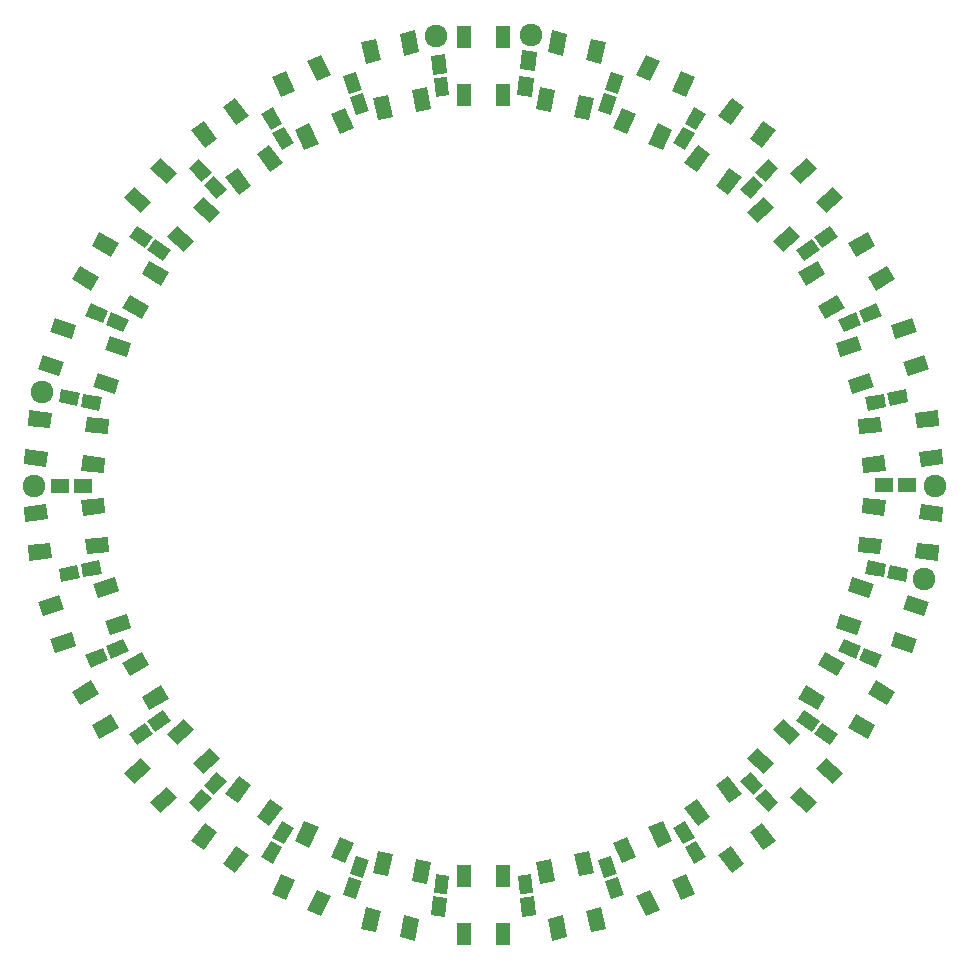
<source format=gts>
G04 #@! TF.FileFunction,Soldermask,Top*
%FSLAX46Y46*%
G04 Gerber Fmt 4.6, Leading zero omitted, Abs format (unit mm)*
G04 Created by KiCad (PCBNEW 4.0.1-stable) date 2/4/2016 5:34:24 PM*
%MOMM*%
G01*
G04 APERTURE LIST*
%ADD10C,0.100000*%
%ADD11R,1.600000X1.150000*%
%ADD12C,1.924000*%
%ADD13R,1.300000X1.900000*%
G04 APERTURE END LIST*
D10*
G36*
X202950988Y-101851469D02*
X202096371Y-102620969D01*
X201025762Y-101431937D01*
X201880379Y-100662437D01*
X202950988Y-101851469D01*
X202950988Y-101851469D01*
G37*
G36*
X201679640Y-100439493D02*
X200825023Y-101208993D01*
X199754414Y-100019961D01*
X200609031Y-99250461D01*
X201679640Y-100439493D01*
X201679640Y-100439493D01*
G37*
G36*
X188778530Y-39966065D02*
X189872245Y-40321435D01*
X189377818Y-41843125D01*
X188284103Y-41487755D01*
X188778530Y-39966065D01*
X188778530Y-39966065D01*
G37*
G36*
X188191398Y-41773073D02*
X189285113Y-42128443D01*
X188790686Y-43650133D01*
X187696971Y-43294763D01*
X188191398Y-41773073D01*
X188191398Y-41773073D01*
G37*
G36*
X195826960Y-42972626D02*
X196822890Y-43547626D01*
X196022890Y-44933266D01*
X195026960Y-44358266D01*
X195826960Y-42972626D01*
X195826960Y-42972626D01*
G37*
G36*
X194876960Y-44618074D02*
X195872890Y-45193074D01*
X195072890Y-46578714D01*
X194076960Y-46003714D01*
X194876960Y-44618074D01*
X194876960Y-44618074D01*
G37*
G36*
X202096266Y-47378936D02*
X202950883Y-48148436D01*
X201880274Y-49337468D01*
X201025657Y-48567968D01*
X202096266Y-47378936D01*
X202096266Y-47378936D01*
G37*
G36*
X200824918Y-48790912D02*
X201679535Y-49560412D01*
X200608926Y-50749444D01*
X199754309Y-49979944D01*
X200824918Y-48790912D01*
X200824918Y-48790912D01*
G37*
G36*
X207312449Y-52992421D02*
X207988402Y-53922791D01*
X206693975Y-54863247D01*
X206018022Y-53932877D01*
X207312449Y-52992421D01*
X207312449Y-52992421D01*
G37*
G36*
X205775317Y-54109213D02*
X206451270Y-55039583D01*
X205156843Y-55980039D01*
X204480890Y-55049669D01*
X205775317Y-54109213D01*
X205775317Y-54109213D01*
G37*
G36*
X211247536Y-59567743D02*
X211715283Y-60618320D01*
X210253610Y-61269099D01*
X209785863Y-60218522D01*
X211247536Y-59567743D01*
X211247536Y-59567743D01*
G37*
G36*
X209511800Y-60340543D02*
X209979547Y-61391120D01*
X208517874Y-62041899D01*
X208050127Y-60991322D01*
X209511800Y-60340543D01*
X209511800Y-60340543D01*
G37*
G36*
X213729544Y-66817529D02*
X213968642Y-67942399D01*
X212403606Y-68275057D01*
X212164508Y-67150187D01*
X213729544Y-66817529D01*
X213729544Y-66817529D01*
G37*
G36*
X211871064Y-67212561D02*
X212110162Y-68337431D01*
X210545126Y-68670089D01*
X210306028Y-67545219D01*
X211871064Y-67212561D01*
X211871064Y-67212561D01*
G37*
D11*
X213849999Y-74999929D03*
X211949999Y-74999929D03*
D10*
G36*
X213968672Y-82057462D02*
X213729574Y-83182332D01*
X212164538Y-82849674D01*
X212403636Y-81724804D01*
X213968672Y-82057462D01*
X213968672Y-82057462D01*
G37*
G36*
X212110192Y-81662430D02*
X211871094Y-82787300D01*
X210306058Y-82454642D01*
X210545156Y-81329772D01*
X212110192Y-81662430D01*
X212110192Y-81662430D01*
G37*
G36*
X211715340Y-89381551D02*
X211247593Y-90432128D01*
X209785920Y-89781349D01*
X210253667Y-88730772D01*
X211715340Y-89381551D01*
X211715340Y-89381551D01*
G37*
G36*
X209979604Y-88608751D02*
X209511857Y-89659328D01*
X208050184Y-89008549D01*
X208517931Y-87957972D01*
X209979604Y-88608751D01*
X209979604Y-88608751D01*
G37*
G36*
X207988485Y-96077094D02*
X207312532Y-97007464D01*
X206018105Y-96067008D01*
X206694058Y-95136638D01*
X207988485Y-96077094D01*
X207988485Y-96077094D01*
G37*
G36*
X206451353Y-94960302D02*
X205775400Y-95890672D01*
X204480973Y-94950216D01*
X205156926Y-94019846D01*
X206451353Y-94960302D01*
X206451353Y-94960302D01*
G37*
G36*
X196823012Y-106452303D02*
X195827082Y-107027303D01*
X195027082Y-105641663D01*
X196023012Y-105066663D01*
X196823012Y-106452303D01*
X196823012Y-106452303D01*
G37*
G36*
X195873012Y-104806855D02*
X194877082Y-105381855D01*
X194077082Y-103996215D01*
X195073012Y-103421215D01*
X195873012Y-104806855D01*
X195873012Y-104806855D01*
G37*
G36*
X189872379Y-109678520D02*
X188778664Y-110033890D01*
X188284237Y-108512200D01*
X189377952Y-108156830D01*
X189872379Y-109678520D01*
X189872379Y-109678520D01*
G37*
G36*
X189285247Y-107871512D02*
X188191532Y-108226882D01*
X187697105Y-106705192D01*
X188790820Y-106349822D01*
X189285247Y-107871512D01*
X189285247Y-107871512D01*
G37*
G36*
X182402866Y-111389119D02*
X181259166Y-111509326D01*
X181091920Y-109918091D01*
X182235620Y-109797884D01*
X182402866Y-111389119D01*
X182402866Y-111389119D01*
G37*
G36*
X182204262Y-109499527D02*
X181060562Y-109619734D01*
X180893316Y-108028499D01*
X182037016Y-107908292D01*
X182204262Y-109499527D01*
X182204262Y-109499527D01*
G37*
G36*
X174740926Y-111509335D02*
X173597226Y-111389128D01*
X173764472Y-109797893D01*
X174908172Y-109918100D01*
X174740926Y-111509335D01*
X174740926Y-111509335D01*
G37*
G36*
X174939530Y-109619743D02*
X173795830Y-109499536D01*
X173963076Y-107908301D01*
X175106776Y-108028508D01*
X174939530Y-109619743D01*
X174939530Y-109619743D01*
G37*
G36*
X167221425Y-110033919D02*
X166127710Y-109678549D01*
X166622137Y-108156859D01*
X167715852Y-108512229D01*
X167221425Y-110033919D01*
X167221425Y-110033919D01*
G37*
G36*
X167808557Y-108226911D02*
X166714842Y-107871541D01*
X167209269Y-106349851D01*
X168302984Y-106705221D01*
X167808557Y-108226911D01*
X167808557Y-108226911D01*
G37*
G36*
X160172998Y-107027350D02*
X159177068Y-106452350D01*
X159977068Y-105066710D01*
X160972998Y-105641710D01*
X160172998Y-107027350D01*
X160172998Y-107027350D01*
G37*
G36*
X161122998Y-105381902D02*
X160127068Y-104806902D01*
X160927068Y-103421262D01*
X161922998Y-103996262D01*
X161122998Y-105381902D01*
X161122998Y-105381902D01*
G37*
G36*
X153903698Y-102621032D02*
X153049081Y-101851532D01*
X154119690Y-100662500D01*
X154974307Y-101432000D01*
X153903698Y-102621032D01*
X153903698Y-102621032D01*
G37*
G36*
X155175046Y-101209056D02*
X154320429Y-100439556D01*
X155391038Y-99250524D01*
X156245655Y-100020024D01*
X155175046Y-101209056D01*
X155175046Y-101209056D01*
G37*
G36*
X148687523Y-97007540D02*
X148011570Y-96077170D01*
X149305997Y-95136714D01*
X149981950Y-96067084D01*
X148687523Y-97007540D01*
X148687523Y-97007540D01*
G37*
G36*
X150224655Y-95890748D02*
X149548702Y-94960378D01*
X150843129Y-94019922D01*
X151519082Y-94950292D01*
X150224655Y-95890748D01*
X150224655Y-95890748D01*
G37*
G36*
X144752444Y-90432214D02*
X144284697Y-89381637D01*
X145746370Y-88730858D01*
X146214117Y-89781435D01*
X144752444Y-90432214D01*
X144752444Y-90432214D01*
G37*
G36*
X146488180Y-89659414D02*
X146020433Y-88608837D01*
X147482106Y-87958058D01*
X147949853Y-89008635D01*
X146488180Y-89659414D01*
X146488180Y-89659414D01*
G37*
G36*
X142270445Y-83182424D02*
X142031347Y-82057554D01*
X143596383Y-81724896D01*
X143835481Y-82849766D01*
X142270445Y-83182424D01*
X142270445Y-83182424D01*
G37*
G36*
X144128925Y-82787392D02*
X143889827Y-81662522D01*
X145454863Y-81329864D01*
X145693961Y-82454734D01*
X144128925Y-82787392D01*
X144128925Y-82787392D01*
G37*
D11*
X142150000Y-75000023D03*
X144050000Y-75000023D03*
D10*
G36*
X142031337Y-67942491D02*
X142270435Y-66817621D01*
X143835471Y-67150279D01*
X143596373Y-68275149D01*
X142031337Y-67942491D01*
X142031337Y-67942491D01*
G37*
G36*
X143889817Y-68337523D02*
X144128915Y-67212653D01*
X145693951Y-67545311D01*
X145454853Y-68670181D01*
X143889817Y-68337523D01*
X143889817Y-68337523D01*
G37*
G36*
X144284678Y-60618405D02*
X144752425Y-59567828D01*
X146214098Y-60218607D01*
X145746351Y-61269184D01*
X144284678Y-60618405D01*
X144284678Y-60618405D01*
G37*
G36*
X146020414Y-61391205D02*
X146488161Y-60340628D01*
X147949834Y-60991407D01*
X147482087Y-62041984D01*
X146020414Y-61391205D01*
X146020414Y-61391205D01*
G37*
G36*
X148011542Y-53922867D02*
X148687495Y-52992497D01*
X149981922Y-53932953D01*
X149305969Y-54863323D01*
X148011542Y-53922867D01*
X148011542Y-53922867D01*
G37*
G36*
X149548674Y-55039659D02*
X150224627Y-54109289D01*
X151519054Y-55049745D01*
X150843101Y-55980115D01*
X149548674Y-55039659D01*
X149548674Y-55039659D01*
G37*
G36*
X153049046Y-48148498D02*
X153903663Y-47378998D01*
X154974272Y-48568030D01*
X154119655Y-49337530D01*
X153049046Y-48148498D01*
X153049046Y-48148498D01*
G37*
G36*
X154320394Y-49560474D02*
X155175011Y-48790974D01*
X156245620Y-49980006D01*
X155391003Y-50749506D01*
X154320394Y-49560474D01*
X154320394Y-49560474D01*
G37*
G36*
X159177028Y-43547673D02*
X160172958Y-42972673D01*
X160972958Y-44358313D01*
X159977028Y-44933313D01*
X159177028Y-43547673D01*
X159177028Y-43547673D01*
G37*
G36*
X160127028Y-45193121D02*
X161122958Y-44618121D01*
X161922958Y-46003761D01*
X160927028Y-46578761D01*
X160127028Y-45193121D01*
X160127028Y-45193121D01*
G37*
G36*
X166127665Y-40321465D02*
X167221380Y-39966095D01*
X167715807Y-41487785D01*
X166622092Y-41843155D01*
X166127665Y-40321465D01*
X166127665Y-40321465D01*
G37*
G36*
X166714797Y-42128473D02*
X167808512Y-41773103D01*
X168302939Y-43294793D01*
X167209224Y-43650163D01*
X166714797Y-42128473D01*
X166714797Y-42128473D01*
G37*
G36*
X173597180Y-38610876D02*
X174740880Y-38490669D01*
X174908126Y-40081904D01*
X173764426Y-40202111D01*
X173597180Y-38610876D01*
X173597180Y-38610876D01*
G37*
G36*
X173795784Y-40500468D02*
X174939484Y-40380261D01*
X175106730Y-41971496D01*
X173963030Y-42091703D01*
X173795784Y-40500468D01*
X173795784Y-40500468D01*
G37*
D12*
X140650000Y-67060000D03*
X182000000Y-36820000D03*
X139980000Y-75050000D03*
X216200000Y-75030000D03*
X215320000Y-82940000D03*
X174010000Y-36940000D03*
D10*
G36*
X182117835Y-42077535D02*
X180824957Y-41941648D01*
X180992203Y-40350413D01*
X182285081Y-40486300D01*
X182117835Y-42077535D01*
X182117835Y-42077535D01*
G37*
G36*
X182347797Y-39889587D02*
X181054919Y-39753700D01*
X181222165Y-38162465D01*
X182515043Y-38298352D01*
X182347797Y-39889587D01*
X182347797Y-39889587D01*
G37*
G36*
X162037192Y-41605556D02*
X160849583Y-42134314D01*
X160076784Y-40398578D01*
X161264393Y-39869820D01*
X162037192Y-41605556D01*
X162037192Y-41605556D01*
G37*
G36*
X165051892Y-40263325D02*
X163864283Y-40792083D01*
X163091484Y-39056347D01*
X164279093Y-38527589D01*
X165051892Y-40263325D01*
X165051892Y-40263325D01*
G37*
G36*
X164030202Y-46081929D02*
X162842593Y-46610687D01*
X162069794Y-44874951D01*
X163257403Y-44346193D01*
X164030202Y-46081929D01*
X164030202Y-46081929D01*
G37*
G36*
X167044902Y-44739698D02*
X165857293Y-45268456D01*
X165084494Y-43532720D01*
X166272103Y-43003962D01*
X167044902Y-44739698D01*
X167044902Y-44739698D01*
G37*
G36*
X155442920Y-45654162D02*
X154391198Y-46418283D01*
X153274406Y-44881150D01*
X154326128Y-44117029D01*
X155442920Y-45654162D01*
X155442920Y-45654162D01*
G37*
G36*
X158112676Y-43714471D02*
X157060954Y-44478592D01*
X155944162Y-42941459D01*
X156995884Y-42177338D01*
X158112676Y-43714471D01*
X158112676Y-43714471D01*
G37*
G36*
X158323068Y-49618345D02*
X157271346Y-50382466D01*
X156154554Y-48845333D01*
X157206276Y-48081212D01*
X158323068Y-49618345D01*
X158323068Y-49618345D01*
G37*
G36*
X160992824Y-47678654D02*
X159941102Y-48442775D01*
X158824310Y-46905642D01*
X159876032Y-46141521D01*
X160992824Y-47678654D01*
X160992824Y-47678654D01*
G37*
G36*
X149834502Y-50985321D02*
X148964633Y-51951409D01*
X147552658Y-50680061D01*
X148422527Y-49713973D01*
X149834502Y-50985321D01*
X149834502Y-50985321D01*
G37*
G36*
X152042633Y-48532943D02*
X151172764Y-49499031D01*
X149760789Y-48227683D01*
X150630658Y-47261595D01*
X152042633Y-48532943D01*
X152042633Y-48532943D01*
G37*
G36*
X153475911Y-54264061D02*
X152606042Y-55230149D01*
X151194067Y-53958801D01*
X152063936Y-52992713D01*
X153475911Y-54264061D01*
X153475911Y-54264061D01*
G37*
G36*
X155684042Y-51811683D02*
X154814173Y-52777771D01*
X153402198Y-51506423D01*
X154272067Y-50540335D01*
X155684042Y-51811683D01*
X155684042Y-51811683D01*
G37*
G36*
X145457052Y-57366038D02*
X144807052Y-58491872D01*
X143161604Y-57541872D01*
X143811604Y-56416038D01*
X145457052Y-57366038D01*
X145457052Y-57366038D01*
G37*
G36*
X147107052Y-54508154D02*
X146457052Y-55633988D01*
X144811604Y-54683988D01*
X145461604Y-53558154D01*
X147107052Y-54508154D01*
X147107052Y-54508154D01*
G37*
G36*
X149700576Y-59816038D02*
X149050576Y-60941872D01*
X147405128Y-59991872D01*
X148055128Y-58866038D01*
X149700576Y-59816038D01*
X149700576Y-59816038D01*
G37*
G36*
X151350576Y-56958154D02*
X150700576Y-58083988D01*
X149055128Y-57133988D01*
X149705128Y-56008154D01*
X151350576Y-56958154D01*
X151350576Y-56958154D01*
G37*
G36*
X142501885Y-64517445D02*
X142100163Y-65753819D01*
X140293155Y-65166687D01*
X140694877Y-63930313D01*
X142501885Y-64517445D01*
X142501885Y-64517445D01*
G37*
G36*
X143521642Y-61378958D02*
X143119920Y-62615332D01*
X141312912Y-62028200D01*
X141714634Y-60791826D01*
X143521642Y-61378958D01*
X143521642Y-61378958D01*
G37*
G36*
X147162062Y-66031628D02*
X146760340Y-67268002D01*
X144953332Y-66680870D01*
X145355054Y-65444496D01*
X147162062Y-66031628D01*
X147162062Y-66031628D01*
G37*
G36*
X148181819Y-62893141D02*
X147780097Y-64129515D01*
X145973089Y-63542383D01*
X146374811Y-62306009D01*
X148181819Y-62893141D01*
X148181819Y-62893141D01*
G37*
G36*
X141098158Y-72126990D02*
X140962271Y-73419868D01*
X139072680Y-73221264D01*
X139208567Y-71928386D01*
X141098158Y-72126990D01*
X141098158Y-72126990D01*
G37*
G36*
X141443102Y-68845068D02*
X141307215Y-70137946D01*
X139417624Y-69939342D01*
X139553511Y-68646464D01*
X141443102Y-68845068D01*
X141443102Y-68845068D01*
G37*
G36*
X145971316Y-72639180D02*
X145835429Y-73932058D01*
X143945838Y-73733454D01*
X144081725Y-72440576D01*
X145971316Y-72639180D01*
X145971316Y-72639180D01*
G37*
G36*
X146316260Y-69357258D02*
X146180373Y-70650136D01*
X144290782Y-70451532D01*
X144426669Y-69158654D01*
X146316260Y-69357258D01*
X146316260Y-69357258D01*
G37*
G36*
X141307220Y-79862100D02*
X141443107Y-81154978D01*
X139553516Y-81353582D01*
X139417629Y-80060704D01*
X141307220Y-79862100D01*
X141307220Y-79862100D01*
G37*
G36*
X140962276Y-76580178D02*
X141098163Y-77873056D01*
X139208572Y-78071660D01*
X139072685Y-76778782D01*
X140962276Y-76580178D01*
X140962276Y-76580178D01*
G37*
G36*
X146180378Y-79349910D02*
X146316265Y-80642788D01*
X144426674Y-80841392D01*
X144290787Y-79548514D01*
X146180378Y-79349910D01*
X146180378Y-79349910D01*
G37*
G36*
X145835434Y-76067988D02*
X145971321Y-77360866D01*
X144081730Y-77559470D01*
X143945843Y-76266592D01*
X145835434Y-76067988D01*
X145835434Y-76067988D01*
G37*
G36*
X143119935Y-87384712D02*
X143521657Y-88621086D01*
X141714649Y-89208218D01*
X141312927Y-87971844D01*
X143119935Y-87384712D01*
X143119935Y-87384712D01*
G37*
G36*
X142100178Y-84246225D02*
X142501900Y-85482599D01*
X140694892Y-86069731D01*
X140293170Y-84833357D01*
X142100178Y-84246225D01*
X142100178Y-84246225D01*
G37*
G36*
X147780112Y-85870529D02*
X148181834Y-87106903D01*
X146374826Y-87694035D01*
X145973104Y-86457661D01*
X147780112Y-85870529D01*
X147780112Y-85870529D01*
G37*
G36*
X146760355Y-82732042D02*
X147162077Y-83968416D01*
X145355069Y-84555548D01*
X144953347Y-83319174D01*
X146760355Y-82732042D01*
X146760355Y-82732042D01*
G37*
G36*
X146457076Y-94366052D02*
X147107076Y-95491886D01*
X145461628Y-96441886D01*
X144811628Y-95316052D01*
X146457076Y-94366052D01*
X146457076Y-94366052D01*
G37*
G36*
X144807076Y-91508168D02*
X145457076Y-92634002D01*
X143811628Y-93584002D01*
X143161628Y-92458168D01*
X144807076Y-91508168D01*
X144807076Y-91508168D01*
G37*
G36*
X150700600Y-91916052D02*
X151350600Y-93041886D01*
X149705152Y-93991886D01*
X149055152Y-92866052D01*
X150700600Y-91916052D01*
X150700600Y-91916052D01*
G37*
G36*
X149050600Y-89058168D02*
X149700600Y-90184002D01*
X148055152Y-91134002D01*
X147405152Y-90008168D01*
X149050600Y-89058168D01*
X149050600Y-89058168D01*
G37*
G36*
X151172796Y-100501003D02*
X152042665Y-101467091D01*
X150630690Y-102738439D01*
X149760821Y-101772351D01*
X151172796Y-100501003D01*
X151172796Y-100501003D01*
G37*
G36*
X148964665Y-98048625D02*
X149834534Y-99014713D01*
X148422559Y-100286061D01*
X147552690Y-99319973D01*
X148964665Y-98048625D01*
X148964665Y-98048625D01*
G37*
G36*
X154814205Y-97222263D02*
X155684074Y-98188351D01*
X154272099Y-99459699D01*
X153402230Y-98493611D01*
X154814205Y-97222263D01*
X154814205Y-97222263D01*
G37*
G36*
X152606074Y-94769885D02*
X153475943Y-95735973D01*
X152063968Y-97007321D01*
X151194099Y-96041233D01*
X152606074Y-94769885D01*
X152606074Y-94769885D01*
G37*
G36*
X157060993Y-105521435D02*
X158112715Y-106285556D01*
X156995923Y-107822689D01*
X155944201Y-107058568D01*
X157060993Y-105521435D01*
X157060993Y-105521435D01*
G37*
G36*
X154391237Y-103581744D02*
X155442959Y-104345865D01*
X154326167Y-105882998D01*
X153274445Y-105118877D01*
X154391237Y-103581744D01*
X154391237Y-103581744D01*
G37*
G36*
X159941141Y-101557252D02*
X160992863Y-102321373D01*
X159876071Y-103858506D01*
X158824349Y-103094385D01*
X159941141Y-101557252D01*
X159941141Y-101557252D01*
G37*
G36*
X157271385Y-99617561D02*
X158323107Y-100381682D01*
X157206315Y-101918815D01*
X156154593Y-101154694D01*
X157271385Y-99617561D01*
X157271385Y-99617561D01*
G37*
G36*
X163864327Y-109207935D02*
X165051936Y-109736693D01*
X164279137Y-111472429D01*
X163091528Y-110943671D01*
X163864327Y-109207935D01*
X163864327Y-109207935D01*
G37*
G36*
X160849627Y-107865704D02*
X162037236Y-108394462D01*
X161264437Y-110130198D01*
X160076828Y-109601440D01*
X160849627Y-107865704D01*
X160849627Y-107865704D01*
G37*
G36*
X165857337Y-104731562D02*
X167044946Y-105260320D01*
X166272147Y-106996056D01*
X165084538Y-106467298D01*
X165857337Y-104731562D01*
X165857337Y-104731562D01*
G37*
G36*
X162842637Y-103389331D02*
X164030246Y-103918089D01*
X163257447Y-105653825D01*
X162069838Y-105125067D01*
X162842637Y-103389331D01*
X162842637Y-103389331D01*
G37*
G36*
X171285458Y-111399382D02*
X172557050Y-111669667D01*
X172162018Y-113528148D01*
X170890426Y-113257863D01*
X171285458Y-111399382D01*
X171285458Y-111399382D01*
G37*
G36*
X168057571Y-110713273D02*
X169329163Y-110983558D01*
X168934131Y-112842039D01*
X167662539Y-112571754D01*
X168057571Y-110713273D01*
X168057571Y-110713273D01*
G37*
G36*
X172304225Y-106606459D02*
X173575817Y-106876744D01*
X173180785Y-108735225D01*
X171909193Y-108464940D01*
X172304225Y-106606459D01*
X172304225Y-106606459D01*
G37*
G36*
X169076338Y-105920350D02*
X170347930Y-106190635D01*
X169952898Y-108049116D01*
X168681306Y-107778831D01*
X169076338Y-105920350D01*
X169076338Y-105920350D01*
G37*
D13*
X179650047Y-112949999D03*
X176350047Y-112949999D03*
X179650047Y-108049999D03*
X176350047Y-108049999D03*
D10*
G36*
X186670929Y-110983538D02*
X187942521Y-110713253D01*
X188337553Y-112571734D01*
X187065961Y-112842019D01*
X186670929Y-110983538D01*
X186670929Y-110983538D01*
G37*
G36*
X183443042Y-111669647D02*
X184714634Y-111399362D01*
X185109666Y-113257843D01*
X183838074Y-113528128D01*
X183443042Y-111669647D01*
X183443042Y-111669647D01*
G37*
G36*
X185652162Y-106190615D02*
X186923754Y-105920330D01*
X187318786Y-107778811D01*
X186047194Y-108049096D01*
X185652162Y-106190615D01*
X185652162Y-106190615D01*
G37*
G36*
X182424275Y-106876724D02*
X183695867Y-106606439D01*
X184090899Y-108464920D01*
X182819307Y-108735205D01*
X182424275Y-106876724D01*
X182424275Y-106876724D01*
G37*
G36*
X193962851Y-108394423D02*
X195150460Y-107865665D01*
X195923259Y-109601401D01*
X194735650Y-110130159D01*
X193962851Y-108394423D01*
X193962851Y-108394423D01*
G37*
G36*
X190948151Y-109736654D02*
X192135760Y-109207896D01*
X192908559Y-110943632D01*
X191720950Y-111472390D01*
X190948151Y-109736654D01*
X190948151Y-109736654D01*
G37*
G36*
X191969841Y-103918050D02*
X193157450Y-103389292D01*
X193930249Y-105125028D01*
X192742640Y-105653786D01*
X191969841Y-103918050D01*
X191969841Y-103918050D01*
G37*
G36*
X188955141Y-105260281D02*
X190142750Y-104731523D01*
X190915549Y-106467259D01*
X189727940Y-106996017D01*
X188955141Y-105260281D01*
X188955141Y-105260281D01*
G37*
G36*
X206165529Y-99014642D02*
X207035398Y-98048554D01*
X208447373Y-99319902D01*
X207577504Y-100285990D01*
X206165529Y-99014642D01*
X206165529Y-99014642D01*
G37*
G36*
X203957398Y-101467020D02*
X204827267Y-100500932D01*
X206239242Y-101772280D01*
X205369373Y-102738368D01*
X203957398Y-101467020D01*
X203957398Y-101467020D01*
G37*
G36*
X202524120Y-95735902D02*
X203393989Y-94769814D01*
X204805964Y-96041162D01*
X203936095Y-97007250D01*
X202524120Y-95735902D01*
X202524120Y-95735902D01*
G37*
G36*
X200315989Y-98188280D02*
X201185858Y-97222192D01*
X202597833Y-98493540D01*
X201727964Y-99459628D01*
X200315989Y-98188280D01*
X200315989Y-98188280D01*
G37*
G36*
X210542971Y-92633919D02*
X211192971Y-91508085D01*
X212838419Y-92458085D01*
X212188419Y-93583919D01*
X210542971Y-92633919D01*
X210542971Y-92633919D01*
G37*
G36*
X208892971Y-95491803D02*
X209542971Y-94365969D01*
X211188419Y-95315969D01*
X210538419Y-96441803D01*
X208892971Y-95491803D01*
X208892971Y-95491803D01*
G37*
G36*
X206299447Y-90183919D02*
X206949447Y-89058085D01*
X208594895Y-90008085D01*
X207944895Y-91133919D01*
X206299447Y-90183919D01*
X206299447Y-90183919D01*
G37*
G36*
X204649447Y-93041803D02*
X205299447Y-91915969D01*
X206944895Y-92865969D01*
X206294895Y-93991803D01*
X204649447Y-93041803D01*
X204649447Y-93041803D01*
G37*
G36*
X213498129Y-85482508D02*
X213899851Y-84246134D01*
X215706859Y-84833266D01*
X215305137Y-86069640D01*
X213498129Y-85482508D01*
X213498129Y-85482508D01*
G37*
G36*
X212478372Y-88620995D02*
X212880094Y-87384621D01*
X214687102Y-87971753D01*
X214285380Y-89208127D01*
X212478372Y-88620995D01*
X212478372Y-88620995D01*
G37*
G36*
X208837952Y-83968325D02*
X209239674Y-82731951D01*
X211046682Y-83319083D01*
X210644960Y-84555457D01*
X208837952Y-83968325D01*
X208837952Y-83968325D01*
G37*
G36*
X207818195Y-87106812D02*
X208219917Y-85870438D01*
X210026925Y-86457570D01*
X209625203Y-87693944D01*
X207818195Y-87106812D01*
X207818195Y-87106812D01*
G37*
G36*
X214901846Y-77872961D02*
X215037733Y-76580083D01*
X216927324Y-76778687D01*
X216791437Y-78071565D01*
X214901846Y-77872961D01*
X214901846Y-77872961D01*
G37*
G36*
X214556902Y-81154883D02*
X214692789Y-79862005D01*
X216582380Y-80060609D01*
X216446493Y-81353487D01*
X214556902Y-81154883D01*
X214556902Y-81154883D01*
G37*
G36*
X210028688Y-77360771D02*
X210164575Y-76067893D01*
X212054166Y-76266497D01*
X211918279Y-77559375D01*
X210028688Y-77360771D01*
X210028688Y-77360771D01*
G37*
G36*
X209683744Y-80642693D02*
X209819631Y-79349815D01*
X211709222Y-79548419D01*
X211573335Y-80841297D01*
X209683744Y-80642693D01*
X209683744Y-80642693D01*
G37*
G36*
X214692774Y-70137851D02*
X214556887Y-68844973D01*
X216446478Y-68646369D01*
X216582365Y-69939247D01*
X214692774Y-70137851D01*
X214692774Y-70137851D01*
G37*
G36*
X215037718Y-73419773D02*
X214901831Y-72126895D01*
X216791422Y-71928291D01*
X216927309Y-73221169D01*
X215037718Y-73419773D01*
X215037718Y-73419773D01*
G37*
G36*
X209819616Y-70650041D02*
X209683729Y-69357163D01*
X211573320Y-69158559D01*
X211709207Y-70451437D01*
X209819616Y-70650041D01*
X209819616Y-70650041D01*
G37*
G36*
X210164560Y-73931963D02*
X210028673Y-72639085D01*
X211918264Y-72440481D01*
X212054151Y-73733359D01*
X210164560Y-73931963D01*
X210164560Y-73931963D01*
G37*
G36*
X212880049Y-62615241D02*
X212478327Y-61378867D01*
X214285335Y-60791735D01*
X214687057Y-62028109D01*
X212880049Y-62615241D01*
X212880049Y-62615241D01*
G37*
G36*
X213899806Y-65753728D02*
X213498084Y-64517354D01*
X215305092Y-63930222D01*
X215706814Y-65166596D01*
X213899806Y-65753728D01*
X213899806Y-65753728D01*
G37*
G36*
X208219872Y-64129424D02*
X207818150Y-62893050D01*
X209625158Y-62305918D01*
X210026880Y-63542292D01*
X208219872Y-64129424D01*
X208219872Y-64129424D01*
G37*
G36*
X209239629Y-67267911D02*
X208837907Y-66031537D01*
X210644915Y-65444405D01*
X211046637Y-66680779D01*
X209239629Y-67267911D01*
X209239629Y-67267911D01*
G37*
G36*
X204827171Y-49498960D02*
X203957302Y-48532872D01*
X205369277Y-47261524D01*
X206239146Y-48227612D01*
X204827171Y-49498960D01*
X204827171Y-49498960D01*
G37*
G36*
X207035302Y-51951338D02*
X206165433Y-50985250D01*
X207577408Y-49713902D01*
X208447277Y-50679990D01*
X207035302Y-51951338D01*
X207035302Y-51951338D01*
G37*
G36*
X201185762Y-52777700D02*
X200315893Y-51811612D01*
X201727868Y-50540264D01*
X202597737Y-51506352D01*
X201185762Y-52777700D01*
X201185762Y-52777700D01*
G37*
G36*
X203393893Y-55230078D02*
X202524024Y-54263990D01*
X203935999Y-52992642D01*
X204805868Y-53958730D01*
X203393893Y-55230078D01*
X203393893Y-55230078D01*
G37*
G36*
X198938967Y-44478536D02*
X197887245Y-43714415D01*
X199004037Y-42177282D01*
X200055759Y-42941403D01*
X198938967Y-44478536D01*
X198938967Y-44478536D01*
G37*
G36*
X201608723Y-46418227D02*
X200557001Y-45654106D01*
X201673793Y-44116973D01*
X202725515Y-44881094D01*
X201608723Y-46418227D01*
X201608723Y-46418227D01*
G37*
G36*
X196058819Y-48442719D02*
X195007097Y-47678598D01*
X196123889Y-46141465D01*
X197175611Y-46905586D01*
X196058819Y-48442719D01*
X196058819Y-48442719D01*
G37*
G36*
X198728575Y-50382410D02*
X197676853Y-49618289D01*
X198793645Y-48081156D01*
X199845367Y-48845277D01*
X198728575Y-50382410D01*
X198728575Y-50382410D01*
G37*
G36*
X192135629Y-40792044D02*
X190948020Y-40263286D01*
X191720819Y-38527550D01*
X192908428Y-39056308D01*
X192135629Y-40792044D01*
X192135629Y-40792044D01*
G37*
G36*
X195150329Y-42134275D02*
X193962720Y-41605517D01*
X194735519Y-39869781D01*
X195923128Y-40398539D01*
X195150329Y-42134275D01*
X195150329Y-42134275D01*
G37*
G36*
X190142619Y-45268417D02*
X188955010Y-44739659D01*
X189727809Y-43003923D01*
X190915418Y-43532681D01*
X190142619Y-45268417D01*
X190142619Y-45268417D01*
G37*
G36*
X193157319Y-46610648D02*
X191969710Y-46081890D01*
X192742509Y-44346154D01*
X193930118Y-44874912D01*
X193157319Y-46610648D01*
X193157319Y-46610648D01*
G37*
G36*
X184714494Y-38600607D02*
X183442902Y-38330322D01*
X183837934Y-36471841D01*
X185109526Y-36742126D01*
X184714494Y-38600607D01*
X184714494Y-38600607D01*
G37*
G36*
X187942381Y-39286716D02*
X186670789Y-39016431D01*
X187065821Y-37157950D01*
X188337413Y-37428235D01*
X187942381Y-39286716D01*
X187942381Y-39286716D01*
G37*
G36*
X183695727Y-43393530D02*
X182424135Y-43123245D01*
X182819167Y-41264764D01*
X184090759Y-41535049D01*
X183695727Y-43393530D01*
X183695727Y-43393530D01*
G37*
G36*
X186923614Y-44079639D02*
X185652022Y-43809354D01*
X186047054Y-41950873D01*
X187318646Y-42221158D01*
X186923614Y-44079639D01*
X186923614Y-44079639D01*
G37*
G36*
X200557117Y-104345809D02*
X201608839Y-103581688D01*
X202725631Y-105118821D01*
X201673909Y-105882942D01*
X200557117Y-104345809D01*
X200557117Y-104345809D01*
G37*
G36*
X197887361Y-106285500D02*
X198939083Y-105521379D01*
X200055875Y-107058512D01*
X199004153Y-107822633D01*
X197887361Y-106285500D01*
X197887361Y-106285500D01*
G37*
G36*
X197676969Y-100381626D02*
X198728691Y-99617505D01*
X199845483Y-101154638D01*
X198793761Y-101918759D01*
X197676969Y-100381626D01*
X197676969Y-100381626D01*
G37*
G36*
X195007213Y-102321317D02*
X196058935Y-101557196D01*
X197175727Y-103094329D01*
X196124005Y-103858450D01*
X195007213Y-102321317D01*
X195007213Y-102321317D01*
G37*
G36*
X209542900Y-55633906D02*
X208892900Y-54508072D01*
X210538348Y-53558072D01*
X211188348Y-54683906D01*
X209542900Y-55633906D01*
X209542900Y-55633906D01*
G37*
G36*
X211192900Y-58491790D02*
X210542900Y-57365956D01*
X212188348Y-56415956D01*
X212838348Y-57541790D01*
X211192900Y-58491790D01*
X211192900Y-58491790D01*
G37*
G36*
X205299376Y-58083906D02*
X204649376Y-56958072D01*
X206294824Y-56008072D01*
X206944824Y-57133906D01*
X205299376Y-58083906D01*
X205299376Y-58083906D01*
G37*
G36*
X206949376Y-60941790D02*
X206299376Y-59815956D01*
X207944824Y-58865956D01*
X208594824Y-59991790D01*
X206949376Y-60941790D01*
X206949376Y-60941790D01*
G37*
D13*
X176350000Y-37050000D03*
X179650000Y-37050000D03*
X176350000Y-41950000D03*
X179650000Y-41950000D03*
D10*
G36*
X169329116Y-39016451D02*
X168057524Y-39286736D01*
X167662492Y-37428255D01*
X168934084Y-37157970D01*
X169329116Y-39016451D01*
X169329116Y-39016451D01*
G37*
G36*
X172557003Y-38330342D02*
X171285411Y-38600627D01*
X170890379Y-36742146D01*
X172161971Y-36471861D01*
X172557003Y-38330342D01*
X172557003Y-38330342D01*
G37*
G36*
X170347883Y-43809374D02*
X169076291Y-44079659D01*
X168681259Y-42221178D01*
X169952851Y-41950893D01*
X170347883Y-43809374D01*
X170347883Y-43809374D01*
G37*
G36*
X173575770Y-43123265D02*
X172304178Y-43393550D01*
X171909146Y-41535069D01*
X173180738Y-41264784D01*
X173575770Y-43123265D01*
X173575770Y-43123265D01*
G37*
M02*

</source>
